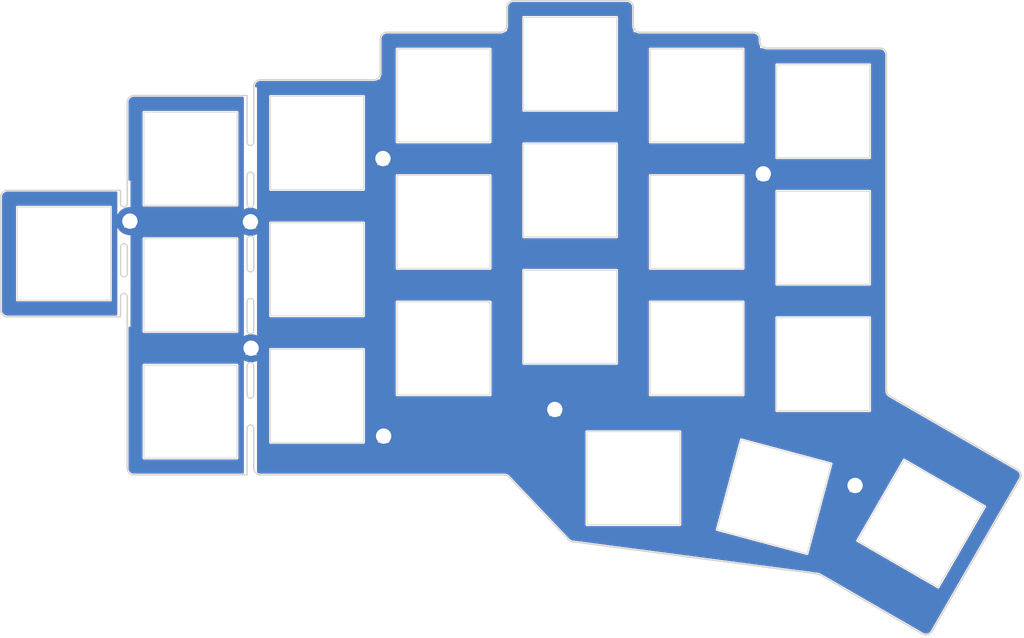
<source format=kicad_pcb>
(kicad_pcb (version 20210824) (generator pcbnew)
  (layers (0 "F.Cu" signal) (31 "B.Cu" signal) (34 "B.Paste" user) (35 "F.Paste" user) (36 "B.SilkS" user "B.Silkscreen") (37 "F.SilkS" user "F.Silkscreen") (38 "B.Mask" user) (39 "F.Mask" user) (44 "Edge.Cuts" user))
  (net 0 "")
  (footprint "kbd:SW_Hole" (layer "F.Cu") (at 42.721463 76.099368)
    (fp_text reference "K18" hide)
    (fp_text value "KEYSW" hide)
    (fp_line (start -7 -7) (end -7 7) (layer "Edge.Cuts") (width 0.12))
    (fp_line (start 7 -7) (end -7 -7) (layer "Edge.Cuts") (width 0.12))
    (fp_line (start 7 7) (end 7 -7) (layer "Edge.Cuts") (width 0.12))
    (fp_line (start -7 7) (end 7 7) (layer "Edge.Cuts") (width 0.12))
  )
  (footprint "kbd:SW_Hole" (layer "F.Cu") (at 118.721463 47.599367)
    (fp_text reference "K21" hide)
    (fp_text value "KEYSW" hide)
    (fp_line (start -7 -7) (end -7 7) (layer "Edge.Cuts") (width 0.12))
    (fp_line (start 7 -7) (end -7 -7) (layer "Edge.Cuts") (width 0.12))
    (fp_line (start -7 7) (end 7 7) (layer "Edge.Cuts") (width 0.12))
    (fp_line (start 7 7) (end 7 -7) (layer "Edge.Cuts") (width 0.12))
  )
  (footprint "kbd:SW_Hole" (layer "F.Cu") (at 42.721463 57.099368)
    (fp_text reference "K14" hide)
    (fp_text value "KEYSW" hide)
    (fp_line (start -7 -7) (end -7 7) (layer "Edge.Cuts") (width 0.12))
    (fp_line (start 7 -7) (end -7 -7) (layer "Edge.Cuts") (width 0.12))
    (fp_line (start 7 7) (end 7 -7) (layer "Edge.Cuts") (width 0.12))
    (fp_line (start -7 7) (end 7 7) (layer "Edge.Cuts") (width 0.12))
  )
  (footprint "kbd:SW_Hole" (layer "F.Cu") (at 61.721463 35.724368)
    (fp_text reference "K13" hide)
    (fp_text value "KEYSW" hide)
    (fp_line (start -7 -7) (end -7 7) (layer "Edge.Cuts") (width 0.12))
    (fp_line (start -7 7) (end 7 7) (layer "Edge.Cuts") (width 0.12))
    (fp_line (start 7 -7) (end -7 -7) (layer "Edge.Cuts") (width 0.12))
    (fp_line (start 7 7) (end 7 -7) (layer "Edge.Cuts") (width 0.12))
  )
  (footprint "kbd:SW_Hole" (layer "F.Cu") (at 152.426296 92.925796 60)
    (fp_text reference "K22" hide)
    (fp_text value "KEYSW" hide)
    (fp_line (start -7 7) (end 7 7) (layer "Edge.Cuts") (width 0.12))
    (fp_line (start 7 -7) (end -7 -7) (layer "Edge.Cuts") (width 0.12))
    (fp_line (start -7 -7) (end -7 7) (layer "Edge.Cuts") (width 0.12))
    (fp_line (start 7 7) (end 7 -7) (layer "Edge.Cuts") (width 0.12))
  )
  (footprint "kbd:M2_Hole_TH" (layer "F.Cu") (at 128.721463 40.374367)
    (fp_text reference "H8" (at 0 0.5) (layer "F.SilkS"))
    (fp_text value "MountingHole")
    (pad "" thru_hole circle (at 0 0) (size 4.2 4.2) (drill 2.3) (layers *.Cu *.Mask))
  )
  (footprint "kbd:SW_Hole" (layer "F.Cu") (at 80.721463 66.599368)
    (fp_text reference "K9" hide)
    (fp_text value "KEYSW" hide)
    (fp_line (start -7 7) (end 7 7) (layer "Edge.Cuts") (width 0.12))
    (fp_line (start -7 -7) (end -7 7) (layer "Edge.Cuts") (width 0.12))
    (fp_line (start 7 7) (end 7 -7) (layer "Edge.Cuts") (width 0.12))
    (fp_line (start 7 -7) (end -7 -7) (layer "Edge.Cuts") (width 0.12))
  )
  (footprint "kbd:M2_Hole_TH" (layer "F.Cu") (at 71.621463 38.074367)
    (fp_text reference "H4" (at 0 0.5) (layer "F.SilkS"))
    (fp_text value "MountingHole")
    (pad "" thru_hole circle (at 0 0) (size 4.2 4.2) (drill 2.3) (layers *.Cu *.Mask))
  )
  (footprint "kbd:SW_Hole" (layer "F.Cu") (at 130.35654 88.881582 -15)
    (fp_text reference "K1" hide)
    (fp_text value "KEYSW" hide)
    (fp_line (start -7 7) (end 7 7) (layer "Edge.Cuts") (width 0.12))
    (fp_line (start -7 -7) (end -7 7) (layer "Edge.Cuts") (width 0.12))
    (fp_line (start 7 7) (end 7 -7) (layer "Edge.Cuts") (width 0.12))
    (fp_line (start 7 -7) (end -7 -7) (layer "Edge.Cuts") (width 0.12))
  )
  (footprint "kbd:SW_Hole" (layer "F.Cu") (at 99.721463 23.849368)
    (fp_text reference "K11" hide)
    (fp_text value "KEYSW" hide)
    (fp_line (start 7 -7) (end -7 -7) (layer "Edge.Cuts") (width 0.12))
    (fp_line (start -7 7) (end 7 7) (layer "Edge.Cuts") (width 0.12))
    (fp_line (start 7 7) (end 7 -7) (layer "Edge.Cuts") (width 0.12))
    (fp_line (start -7 -7) (end -7 7) (layer "Edge.Cuts") (width 0.12))
  )
  (footprint "kbd:M2_Hole_TH" (layer "F.Cu") (at 51.821463 66.574367)
    (fp_text reference "H2" (at 0 0.5) (layer "F.SilkS"))
    (fp_text value "MountingHole")
    (pad "" thru_hole circle (at 0 0) (size 4.2 4.2) (drill 2.3) (layers *.Cu *.Mask))
  )
  (footprint "kbd:SW_Hole" (layer "F.Cu") (at 42.721463 38.099368)
    (fp_text reference "K7" hide)
    (fp_text value "KEYSW" hide)
    (fp_line (start -7 -7) (end -7 7) (layer "Edge.Cuts") (width 0.12))
    (fp_line (start -7 7) (end 7 7) (layer "Edge.Cuts") (width 0.12))
    (fp_line (start 7 7) (end 7 -7) (layer "Edge.Cuts") (width 0.12))
    (fp_line (start 7 -7) (end -7 -7) (layer "Edge.Cuts") (width 0.12))
  )
  (footprint "kbd:SW_Hole" (layer "F.Cu") (at 118.721463 66.599367)
    (fp_text reference "K12" hide)
    (fp_text value "KEYSW" hide)
    (fp_line (start 7 -7) (end -7 -7) (layer "Edge.Cuts") (width 0.12))
    (fp_line (start -7 7) (end 7 7) (layer "Edge.Cuts") (width 0.12))
    (fp_line (start 7 7) (end 7 -7) (layer "Edge.Cuts") (width 0.12))
    (fp_line (start -7 -7) (end -7 7) (layer "Edge.Cuts") (width 0.12))
  )
  (footprint "kbd:M2_Hole_TH" (layer "F.Cu") (at 33.621463 47.474367)
    (fp_text reference "H3" (at 0 0.5) (layer "F.SilkS"))
    (fp_text value "MountingHole")
    (pad "" thru_hole circle (at 0 0) (size 4.2 4.2) (drill 2.3) (layers *.Cu *.Mask))
  )
  (footprint "kbd:M2_Hole_TH" (layer "F.Cu") (at 51.721463 47.574367)
    (fp_text reference "H1" (at 0 0.5) (layer "F.SilkS"))
    (fp_text value "MountingHole")
    (pad "" thru_hole circle (at 0 0) (size 4.2 4.2) (drill 2.3) (layers *.Cu *.Mask))
  )
  (footprint "kbd:SW_Hole" (layer "F.Cu") (at 118.721463 28.599367)
    (fp_text reference "K16" hide)
    (fp_text value "KEYSW" hide)
    (fp_line (start -7 7) (end 7 7) (layer "Edge.Cuts") (width 0.12))
    (fp_line (start 7 7) (end 7 -7) (layer "Edge.Cuts") (width 0.12))
    (fp_line (start -7 -7) (end -7 7) (layer "Edge.Cuts") (width 0.12))
    (fp_line (start 7 -7) (end -7 -7) (layer "Edge.Cuts") (width 0.12))
  )
  (footprint "kbd:SW_Hole" (layer "F.Cu") (at 80.721463 47.599368)
    (fp_text reference "K6" hide)
    (fp_text value "KEYSW" hide)
    (fp_line (start -7 7) (end 7 7) (layer "Edge.Cuts") (width 0.12))
    (fp_line (start 7 7) (end 7 -7) (layer "Edge.Cuts") (width 0.12))
    (fp_line (start -7 -7) (end -7 7) (layer "Edge.Cuts") (width 0.12))
    (fp_line (start 7 -7) (end -7 -7) (layer "Edge.Cuts") (width 0.12))
  )
  (footprint "kbd:M2_Hole_TH" (layer "F.Cu") (at 97.421463 75.774367)
    (fp_text reference "H6" (at 0 0.5) (layer "F.SilkS"))
    (fp_text value "MountingHole")
    (pad "" thru_hole circle (at 0 0) (size 4.2 4.2) (drill 2.3) (layers *.Cu *.Mask))
  )
  (footprint "kbd:SW_Hole" (layer "F.Cu") (at 109.221463 86.099097)
    (fp_text reference "K5" hide)
    (fp_text value "KEYSW" hide)
    (fp_line (start -7 7) (end 7 7) (layer "Edge.Cuts") (width 0.12))
    (fp_line (start 7 -7) (end -7 -7) (layer "Edge.Cuts") (width 0.12))
    (fp_line (start -7 -7) (end -7 7) (layer "Edge.Cuts") (width 0.12))
    (fp_line (start 7 7) (end 7 -7) (layer "Edge.Cuts") (width 0.12))
  )
  (footprint "kbd:SW_Hole" (layer "F.Cu") (at 137.721463 49.974367)
    (fp_text reference "K3" hide)
    (fp_text value "KEYSW" hide)
    (fp_line (start -7 -7) (end -7 7) (layer "Edge.Cuts") (width 0.12))
    (fp_line (start -7 7) (end 7 7) (layer "Edge.Cuts") (width 0.12))
    (fp_line (start 7 -7) (end -7 -7) (layer "Edge.Cuts") (width 0.12))
    (fp_line (start 7 7) (end 7 -7) (layer "Edge.Cuts") (width 0.12))
  )
  (footprint "kbd:SW_Hole" (layer "F.Cu") (at 23.721464 52.349367)
    (fp_text reference "K10" hide)
    (fp_text value "KEYSW" hide)
    (fp_line (start -7 -7) (end -7 7) (layer "Edge.Cuts") (width 0.12))
    (fp_line (start 7 -7) (end -7 -7) (layer "Edge.Cuts") (width 0.12))
    (fp_line (start -7 7) (end 7 7) (layer "Edge.Cuts") (width 0.12))
    (fp_line (start 7 7) (end 7 -7) (layer "Edge.Cuts") (width 0.12))
  )
  (footprint "kbd:SW_Hole" (layer "F.Cu") (at 99.721463 42.849368)
    (fp_text reference "K19" hide)
    (fp_text value "KEYSW" hide)
    (fp_line (start -7 7) (end 7 7) (layer "Edge.Cuts") (width 0.12))
    (fp_line (start -7 -7) (end -7 7) (layer "Edge.Cuts") (width 0.12))
    (fp_line (start 7 -7) (end -7 -7) (layer "Edge.Cuts") (width 0.12))
    (fp_line (start 7 7) (end 7 -7) (layer "Edge.Cuts") (width 0.12))
  )
  (footprint "kbd:SW_Hole" (layer "F.Cu") (at 61.721463 73.724368)
    (fp_text reference "K8" hide)
    (fp_text value "KEYSW" hide)
    (fp_line (start -7 7) (end 7 7) (layer "Edge.Cuts") (width 0.12))
    (fp_line (start 7 -7) (end -7 -7) (layer "Edge.Cuts") (width 0.12))
    (fp_line (start -7 -7) (end -7 7) (layer "Edge.Cuts") (width 0.12))
    (fp_line (start 7 7) (end 7 -7) (layer "Edge.Cuts") (width 0.12))
  )
  (footprint "kbd:M2_Hole_TH" (layer "F.Cu") (at 71.721463 79.774367)
    (fp_text reference "H5" (at 0 0.5) (layer "F.SilkS"))
    (fp_text value "MountingHole")
    (pad "" thru_hole circle (at 0 0) (size 4.2 4.2) (drill 2.3) (layers *.Cu *.Mask))
  )
  (footprint "kbd:SW_Hole" (layer "F.Cu") (at 137.721463 30.974367)
    (fp_text reference "K4" hide)
    (fp_text value "KEYSW" hide)
    (fp_line (start 7 7) (end 7 -7) (layer "Edge.Cuts") (width 0.12))
    (fp_line (start -7 7) (end 7 7) (layer "Edge.Cuts") (width 0.12))
    (fp_line (start 7 -7) (end -7 -7) (layer "Edge.Cuts") (width 0.12))
    (fp_line (start -7 -7) (end -7 7) (layer "Edge.Cuts") (width 0.12))
  )
  (footprint "kbd:SW_Hole" (layer "F.Cu") (at 137.721463 68.974367)
    (fp_text reference "K2" hide)
    (fp_text value "KEYSW" hide)
    (fp_line (start -7 7) (end 7 7) (layer "Edge.Cuts") (width 0.12))
    (fp_line (start -7 -7) (end -7 7) (layer "Edge.Cuts") (width 0.12))
    (fp_line (start 7 7) (end 7 -7) (layer "Edge.Cuts") (width 0.12))
    (fp_line (start 7 -7) (end -7 -7) (layer "Edge.Cuts") (width 0.12))
  )
  (footprint "kbd:SW_Hole" (layer "F.Cu") (at 99.721463 61.849368)
    (fp_text reference "K15" hide)
    (fp_text value "KEYSW" hide)
    (fp_line (start 7 -7) (end -7 -7) (layer "Edge.Cuts") (width 0.12))
    (fp_line (start -7 -7) (end -7 7) (layer "Edge.Cuts") (width 0.12))
    (fp_line (start 7 7) (end 7 -7) (layer "Edge.Cuts") (width 0.12))
    (fp_line (start -7 7) (end 7 7) (layer "Edge.Cuts") (width 0.12))
  )
  (footprint "kbd:M2_Hole_TH" (layer "F.Cu") (at 142.507505 87.19918)
    (fp_text reference "H9" (at 0 0.5) (layer "F.SilkS"))
    (fp_text value "MountingHole")
    (pad "" thru_hole circle (at 0 0) (size 4.2 4.2) (drill 2.3) (layers *.Cu *.Mask))
  )
  (footprint "kbd:SW_Hole" (layer "F.Cu") (at 61.721463 54.724368)
    (fp_text reference "K17" hide)
    (fp_text value "KEYSW" hide)
    (fp_line (start -7 -7) (end -7 7) (layer "Edge.Cuts") (width 0.12))
    (fp_line (start 7 7) (end 7 -7) (layer "Edge.Cuts") (width 0.12))
    (fp_line (start 7 -7) (end -7 -7) (layer "Edge.Cuts") (width 0.12))
    (fp_line (start -7 7) (end 7 7) (layer "Edge.Cuts") (width 0.12))
  )
  (footprint "kbd:SW_Hole" (layer "F.Cu") (at 80.721463 28.599368)
    (fp_text reference "K20" hide)
    (fp_text value "KEYSW" hide)
    (fp_line (start -7 7) (end 7 7) (layer "Edge.Cuts") (width 0.12))
    (fp_line (start -7 -7) (end -7 7) (layer "Edge.Cuts") (width 0.12))
    (fp_line (start 7 7) (end 7 -7) (layer "Edge.Cuts") (width 0.12))
    (fp_line (start 7 -7) (end -7 -7) (layer "Edge.Cuts") (width 0.12))
  )
  (gr_arc (start 89.796623 86.588971) (end 90.514076 85.907372) (angle -46.46802851) (layer "Edge.Cuts") (width 0.2))
  (gr_arc (start 166.412511 85.70096) (end 167.278537 86.20096) (angle -90) (layer "Edge.Cuts") (width 0.2))
  (gr_line (start 51.221491 54.599327) (end 51.22149 50.224327) (layer "Edge.Cuts") (width 0.2))
  (gr_arc (start 51.721463 59.599366) (end 52.221463 59.599366) (angle -180) (layer "Edge.Cuts") (width 0.2))
  (gr_arc (start 89.221463 18.099368) (end 89.221463 19.099368) (angle -90) (layer "Edge.Cuts") (width 0.2))
  (gr_line (start 15.221464 42.849368) (end 32.221465 42.849368) (layer "Edge.Cuts") (width 0.2))
  (gr_line (start 32.221464 51.349368) (end 32.221464 55.349368) (layer "Edge.Cuts") (width 0.2))
  (gr_line (start 52.221463 35.599367) (end 52.221463 27.224367) (layer "Edge.Cuts") (width 0.2))
  (gr_line (start 99.480311 95.345258) (end 90.514076 85.907372) (layer "Edge.Cuts") (width 0.2))
  (gr_arc (start 51.721463 40.599367) (end 52.221463 40.599367) (angle -180) (layer "Edge.Cuts") (width 0.2))
  (gr_line (start 147.721463 73.754978) (end 166.912511 84.834934) (layer "Edge.Cuts") (width 0.2))
  (gr_arc (start 51.72149 69.224327) (end 52.22149 69.224327) (angle -180) (layer "Edge.Cuts") (width 0.2))
  (gr_line (start 147.221463 22.474368) (end 147.221463 72.888952) (layer "Edge.Cuts") (width 0.2))
  (gr_arc (start 51.72149 44.924327) (end 51.22149 44.924327) (angle -180) (layer "Edge.Cuts") (width 0.2))
  (gr_arc (start 32.721463 55.349368) (end 32.221463 55.349368) (angle -180) (layer "Edge.Cuts") (width 0.2))
  (gr_line (start 51.221463 28.599368) (end 51.221463 35.599367) (layer "Edge.Cuts") (width 0.2))
  (gr_line (start 32.221464 42.849368) (end 32.221464 44.849368) (layer "Edge.Cuts") (width 0.2))
  (gr_arc (start 51.72149 63.924327) (end 51.22149 63.924327) (angle -180) (layer "Edge.Cuts") (width 0.2))
  (gr_arc (start 70.221463 25.224368) (end 70.221463 26.224368) (angle -90) (layer "Edge.Cuts") (width 0.2))
  (gr_arc (start 51.721463 73.599366) (end 51.221463 73.599366) (angle -180) (layer "Edge.Cuts") (width 0.2))
  (gr_line (start 52.221463 84.599366) (end 52.221463 78.599366) (layer "Edge.Cuts") (width 0.2))
  (gr_line (start 52.22149 63.924327) (end 52.221491 59.599327) (layer "Edge.Cuts") (width 0.2))
  (gr_arc (start 53.221463 84.599366) (end 52.221463 84.599366) (angle -90) (layer "Edge.Cuts") (width 0.2))
  (gr_line (start 71.221463 25.224368) (end 71.221463 20.099368) (layer "Edge.Cuts") (width 0.2))
  (gr_arc (start 146.221463 22.474368) (end 147.221463 22.474368) (angle -90) (layer "Edge.Cuts") (width 0.2))
  (gr_arc (start 108.221463 15.349368) (end 109.221463 15.349368) (angle -90) (layer "Edge.Cuts") (width 0.2))
  (gr_line (start 110.221463 19.099367) (end 127.221463 19.099367) (layer "Edge.Cuts") (width 0.2))
  (gr_line (start 52.221491 73.599327) (end 52.22149 69.224327) (layer "Edge.Cuts") (width 0.2))
  (gr_line (start 89.796623 85.599366) (end 53.221463 85.599366) (layer "Edge.Cuts") (width 0.2))
  (gr_line (start 152.662511 109.516658) (end 137.244527 100.615081) (layer "Edge.Cuts") (width 0.2))
  (gr_arc (start 110.221463 18.099368) (end 109.221463 18.099367) (angle -90) (layer "Edge.Cuts") (width 0.2))
  (gr_line (start 33.221463 84.609762) (end 33.221464 58.849368) (layer "Edge.Cuts") (width 0.2))
  (gr_arc (start 51.721463 54.599366) (end 51.221463 54.599366) (angle -180) (layer "Edge.Cuts") (width 0.2))
  (gr_arc (start 51.721463 78.599366) (end 52.221463 78.599366) (angle -180) (layer "Edge.Cuts") (width 0.2))
  (gr_arc (start 32.721464 44.849368) (end 32.221464 44.849368) (angle -180) (layer "Edge.Cuts") (width 0.2))
  (gr_line (start 51.221463 78.599366) (end 51.221463 85.599366) (layer "Edge.Cuts") (width 0.2))
  (gr_line (start 52.221491 40.599328) (end 52.22149 44.924327) (layer "Edge.Cuts") (width 0.2))
  (gr_arc (start 34.211068 84.609762) (end 33.221463 84.609762) (angle -90) (layer "Edge.Cuts") (width 0.2))
  (gr_line (start 51.221463 85.599366) (end 34.211068 85.599366) (layer "Edge.Cuts") (width 0.2))
  (gr_arc (start 53.221463 27.224368) (end 53.221463 26.224368) (angle -90) (layer "Edge.Cuts") (width 0.2))
  (gr_line (start 53.221463 26.224368) (end 70.221463 26.224368) (layer "Edge.Cuts") (width 0.2))
  (gr_line (start 14.221465 60.849368) (end 14.221465 43.849369) (layer "Edge.Cuts") (width 0.2))
  (gr_arc (start 15.221464 60.849368) (end 14.221465 60.849368) (angle -90) (layer "Edge.Cuts") (width 0.2))
  (gr_arc (start 15.221465 43.849368) (end 15.221464 42.849368) (angle -90) (layer "Edge.Cuts") (width 0.2))
  (gr_line (start 32.221464 58.849368) (end 32.221464 61.849368) (layer "Edge.Cuts") (width 0.2))
  (gr_arc (start 129.221463 20.474367) (end 128.221463 20.474367) (angle -90) (layer "Edge.Cuts") (width 0.2))
  (gr_arc (start 91.221463 15.349368) (end 91.221463 14.349368) (angle -90) (layer "Edge.Cuts") (width 0.2))
  (gr_arc (start 127.221463 20.099367) (end 128.221463 20.099367) (angle -90) (layer "Edge.Cuts") (width 0.2))
  (gr_arc (start 100.197764 94.663659) (end 99.480311 95.345258) (angle -38.96802851) (layer "Edge.Cuts") (width 0.2))
  (gr_line (start 136.878894 100.490965) (end 100.068595 95.644797) (layer "Edge.Cuts") (width 0.2))
  (gr_line (start 33.221464 44.849368) (end 33.221464 29.599368) (layer "Edge.Cuts") (width 0.2))
  (gr_line (start 33.221463 55.349368) (end 33.221463 51.349368) (layer "Edge.Cuts") (width 0.2))
  (gr_line (start 109.221463 15.349368) (end 109.221463 18.099367) (layer "Edge.Cuts") (width 0.2))
  (gr_line (start 128.221463 20.099367) (end 128.221463 20.474367) (layer "Edge.Cuts") (width 0.2))
  (gr_arc (start 34.221464 29.599368) (end 34.221464 28.599368) (angle -90) (layer "Edge.Cuts") (width 0.2))
  (gr_line (start 129.221463 21.474367) (end 146.221463 21.474368) (layer "Edge.Cuts") (width 0.2))
  (gr_line (start 52.221491 54.599327) (end 52.22149 50.224327) (layer "Edge.Cuts") (width 0.2))
  (gr_line (start 167.278537 86.20096) (end 154.028537 109.150633) (layer "Edge.Cuts") (width 0.2))
  (gr_arc (start 51.721463 35.599367) (end 51.221463 35.599367) (angle -180) (layer "Edge.Cuts") (width 0.2))
  (gr_arc (start 136.749724 101.472103) (end 137.244527 100.615081) (angle -22.5) (layer "Edge.Cuts") (width 0.2))
  (gr_arc (start 148.221463 72.888952) (end 147.221463 72.888952) (angle -60) (layer "Edge.Cuts") (width 0.2))
  (gr_arc (start 32.721462 51.349368) (end 33.221462 51.349368) (angle -180) (layer "Edge.Cuts") (width 0.2))
  (gr_arc (start 32.721464 58.849368) (end 33.221464 58.849368) (angle -180) (layer "Edge.Cuts") (width 0.2))
  (gr_arc (start 72.221463 20.099368) (end 72.221463 19.099367) (angle -90) (layer "Edge.Cuts") (width 0.2))
  (gr_line (start 90.221463 18.099368) (end 90.221463 15.349368) (layer "Edge.Cuts") (width 0.2))
  (gr_line (start 32.221464 61.849368) (end 15.221464 61.849368) (layer "Edge.Cuts") (width 0.2))
  (gr_arc (start 51.72149 50.224327) (end 52.22149 50.224327) (angle -180) (layer "Edge.Cuts") (width 0.2))
  (gr_line (start 51.22149 63.924327) (end 51.221491 59.599327) (layer "Edge.Cuts") (width 0.2))
  (gr_line (start 51.22149 69.224327) (end 51.221491 73.599327) (layer "Edge.Cuts") (width 0.2))
  (gr_line (start 91.221463 14.349368) (end 108.221463 14.349368) (layer "Edge.Cuts") (width 0.2))
  (gr_line (start 72.221463 19.099367) (end 89.221463 19.099368) (layer "Edge.Cuts") (width 0.2))
  (gr_line (start 51.221491 40.599328) (end 51.22149 44.924327) (layer "Edge.Cuts") (width 0.2))
  (gr_arc (start 153.162511 108.650633) (end 152.662511 109.516658) (angle -90) (layer "Edge.Cuts") (width 0.2))
  (gr_line (start 34.221464 28.599368) (end 51.221463 28.599368) (layer "Edge.Cuts") (width 0.2))
  (zone (net 0) (net_name "") (layers F&B.Cu) (priority 1) (connect_pads (clearance 0.2)) (min_thickness 0.25) (fill yes (thermal_gap 0.5) (thermal_bridge_width 0.5))
    (polygon (pts (xy 109.221463 19.104952) (xy 128.221463 19.104952) (xy 128.221463 21.504952) (xy 147.221463 21.504952) (xy 147.221463 23.804952) (xy 147.721464 73.349367) (xy 167.821463 85.204952) (xy 153.421463 109.904952) (xy 137.021463 100.504952) (xy 99.721463 95.504952) (xy 90.121463 85.504952) (xy 33.221463 85.604952) (xy 33.221463 61.804952) (xy 14.121463 61.804952) (xy 14.221463 42.904952) (xy 33.221463 42.804952) (xy 33.221463 28.504952) (xy 52.221463 28.504952) (xy 52.221463 26.204952) (xy 71.221463 26.204952) (xy 71.221463 19.004952) (xy 90.221463 19.004952) (xy 90.221463 14.304952) (xy 109.221463 14.304952)))
  )
  (zone (net 0) (net_name "") (layers F&B.Cu) (connect_pads (clearance 0)) (min_thickness 0.254)
    (keepout (tracks not_allowed) (vias not_allowed) (pads not_allowed) (copperpour not_allowed) (footprints allowed))
    (fill (thermal_gap 0.508) (thermal_bridge_width 0.508))
    (polygon (pts (xy 52.721463 86.099367) (xy 50.721463 86.099367) (xy 50.721463 27.349367) (xy 52.721463 27.349367)))
  )
  (zone (net 0) (net_name "") (layers F&B.Cu) (connect_pads (clearance 0)) (min_thickness 0.254)
    (keepout (tracks not_allowed) (vias not_allowed) (pads not_allowed) (copperpour not_allowed) (footprints allowed))
    (fill (thermal_gap 0.508) (thermal_bridge_width 0.508))
    (polygon (pts (xy 33.721463 63.349367) (xy 31.721463 63.349367) (xy 31.721463 41.849367) (xy 33.721463 41.349367)))
  )
)
</source>
